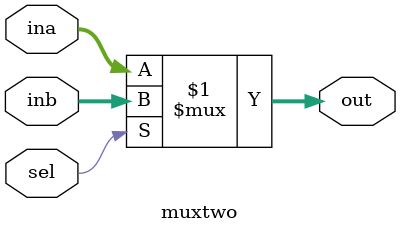
<source format=v>
module muxtwo #(parameter w = 8) ( ina, inb, sel, out );
	input[ w-1:0] ina, inb;
	output [ w-1:0] out;
	input sel;
	
	assign out = sel ? inb : ina;
endmodule

</source>
